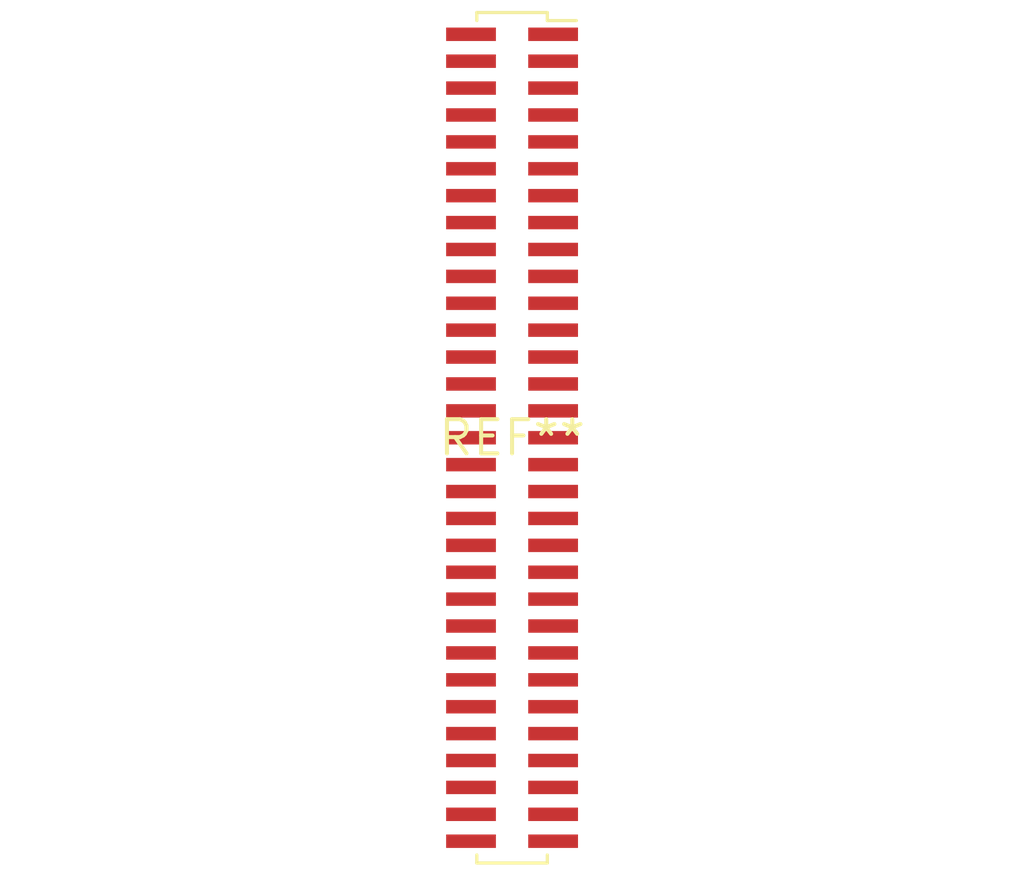
<source format=kicad_pcb>
(kicad_pcb (version 20240108) (generator pcbnew)
  (layers (0 "F.Cu" signal) (31 "B.Cu" signal) (34 "B.Paste" user) (35 "F.Paste" user) (36 "B.SilkS" user "B.Silkscreen") (37 "F.SilkS" user "F.Silkscreen") (38 "B.Mask" user) (39 "F.Mask" user) (44 "Edge.Cuts" user))
  (net 0 "")
  (footprint "PinSocket_2x31_P1.00mm_Vertical_SMD" (layer "F.Cu") (at 0 0)
    (property "Reference" "REF**")
    (property "Value" "PinSocket_2x31_P1.00mm_Vertical_SMD")
    (fp_line (start -1.31 -15.81) (end -1.31 -15.51) (layer "F.SilkS") (stroke (width 0.12)))
    (fp_line (start -1.31 -15.81) (end 1.31 -15.81) (layer "F.SilkS") (stroke (width 0.12)))
    (fp_line (start -1.31 15.51) (end -1.31 15.81) (layer "F.SilkS") (stroke (width 0.12)))
    (fp_line (start -1.31 15.81) (end 1.31 15.81) (layer "F.SilkS") (stroke (width 0.12)))
    (fp_line (start 1.31 -15.81) (end 1.31 -15.51) (layer "F.SilkS") (stroke (width 0.12)))
    (fp_line (start 1.31 -15.51) (end 2.39 -15.51) (layer "F.SilkS") (stroke (width 0.12)))
    (fp_line (start 1.31 15.51) (end 1.31 15.81) (layer "F.SilkS") (stroke (width 0.12)))
    (pad "1" smd rect (at 1.525 -15) (size 1.85 0.5) (layers "F.Cu" "F.Paste" "F.Mask"))
    (pad "2" smd rect (at -1.525 -15) (size 1.85 0.5) (layers "F.Cu" "F.Paste" "F.Mask"))
    (pad "3" smd rect (at 1.525 -14) (size 1.85 0.5) (layers "F.Cu" "F.Paste" "F.Mask"))
    (pad "4" smd rect (at -1.525 -14) (size 1.85 0.5) (layers "F.Cu" "F.Paste" "F.Mask"))
    (pad "5" smd rect (at 1.525 -13) (size 1.85 0.5) (layers "F.Cu" "F.Paste" "F.Mask"))
    (pad "6" smd rect (at -1.525 -13) (size 1.85 0.5) (layers "F.Cu" "F.Paste" "F.Mask"))
    (pad "7" smd rect (at 1.525 -12) (size 1.85 0.5) (layers "F.Cu" "F.Paste" "F.Mask"))
    (pad "8" smd rect (at -1.525 -12) (size 1.85 0.5) (layers "F.Cu" "F.Paste" "F.Mask"))
    (pad "9" smd rect (at 1.525 -11) (size 1.85 0.5) (layers "F.Cu" "F.Paste" "F.Mask"))
    (pad "10" smd rect (at -1.525 -11) (size 1.85 0.5) (layers "F.Cu" "F.Paste" "F.Mask"))
    (pad "11" smd rect (at 1.525 -10) (size 1.85 0.5) (layers "F.Cu" "F.Paste" "F.Mask"))
    (pad "12" smd rect (at -1.525 -10) (size 1.85 0.5) (layers "F.Cu" "F.Paste" "F.Mask"))
    (pad "13" smd rect (at 1.525 -9) (size 1.85 0.5) (layers "F.Cu" "F.Paste" "F.Mask"))
    (pad "14" smd rect (at -1.525 -9) (size 1.85 0.5) (layers "F.Cu" "F.Paste" "F.Mask"))
    (pad "15" smd rect (at 1.525 -8) (size 1.85 0.5) (layers "F.Cu" "F.Paste" "F.Mask"))
    (pad "16" smd rect (at -1.525 -8) (size 1.85 0.5) (layers "F.Cu" "F.Paste" "F.Mask"))
    (pad "17" smd rect (at 1.525 -7) (size 1.85 0.5) (layers "F.Cu" "F.Paste" "F.Mask"))
    (pad "18" smd rect (at -1.525 -7) (size 1.85 0.5) (layers "F.Cu" "F.Paste" "F.Mask"))
    (pad "19" smd rect (at 1.525 -6) (size 1.85 0.5) (layers "F.Cu" "F.Paste" "F.Mask"))
    (pad "20" smd rect (at -1.525 -6) (size 1.85 0.5) (layers "F.Cu" "F.Paste" "F.Mask"))
    (pad "21" smd rect (at 1.525 -5) (size 1.85 0.5) (layers "F.Cu" "F.Paste" "F.Mask"))
    (pad "22" smd rect (at -1.525 -5) (size 1.85 0.5) (layers "F.Cu" "F.Paste" "F.Mask"))
    (pad "23" smd rect (at 1.525 -4) (size 1.85 0.5) (layers "F.Cu" "F.Paste" "F.Mask"))
    (pad "24" smd rect (at -1.525 -4) (size 1.85 0.5) (layers "F.Cu" "F.Paste" "F.Mask"))
    (pad "25" smd rect (at 1.525 -3) (size 1.85 0.5) (layers "F.Cu" "F.Paste" "F.Mask"))
    (pad "26" smd rect (at -1.525 -3) (size 1.85 0.5) (layers "F.Cu" "F.Paste" "F.Mask"))
    (pad "27" smd rect (at 1.525 -2) (size 1.85 0.5) (layers "F.Cu" "F.Paste" "F.Mask"))
    (pad "28" smd rect (at -1.525 -2) (size 1.85 0.5) (layers "F.Cu" "F.Paste" "F.Mask"))
    (pad "29" smd rect (at 1.525 -1) (size 1.85 0.5) (layers "F.Cu" "F.Paste" "F.Mask"))
    (pad "30" smd rect (at -1.525 -1) (size 1.85 0.5) (layers "F.Cu" "F.Paste" "F.Mask"))
    (pad "31" smd rect (at 1.525 0) (size 1.85 0.5) (layers "F.Cu" "F.Paste" "F.Mask"))
    (pad "32" smd rect (at -1.525 0) (size 1.85 0.5) (layers "F.Cu" "F.Paste" "F.Mask"))
    (pad "33" smd rect (at 1.525 1) (size 1.85 0.5) (layers "F.Cu" "F.Paste" "F.Mask"))
    (pad "34" smd rect (at -1.525 1) (size 1.85 0.5) (layers "F.Cu" "F.Paste" "F.Mask"))
    (pad "35" smd rect (at 1.525 2) (size 1.85 0.5) (layers "F.Cu" "F.Paste" "F.Mask"))
    (pad "36" smd rect (at -1.525 2) (size 1.85 0.5) (layers "F.Cu" "F.Paste" "F.Mask"))
    (pad "37" smd rect (at 1.525 3) (size 1.85 0.5) (layers "F.Cu" "F.Paste" "F.Mask"))
    (pad "38" smd rect (at -1.525 3) (size 1.85 0.5) (layers "F.Cu" "F.Paste" "F.Mask"))
    (pad "39" smd rect (at 1.525 4) (size 1.85 0.5) (layers "F.Cu" "F.Paste" "F.Mask"))
    (pad "40" smd rect (at -1.525 4) (size 1.85 0.5) (layers "F.Cu" "F.Paste" "F.Mask"))
    (pad "41" smd rect (at 1.525 5) (size 1.85 0.5) (layers "F.Cu" "F.Paste" "F.Mask"))
    (pad "42" smd rect (at -1.525 5) (size 1.85 0.5) (layers "F.Cu" "F.Paste" "F.Mask"))
    (pad "43" smd rect (at 1.525 6) (size 1.85 0.5) (layers "F.Cu" "F.Paste" "F.Mask"))
    (pad "44" smd rect (at -1.525 6) (size 1.85 0.5) (layers "F.Cu" "F.Paste" "F.Mask"))
    (pad "45" smd rect (at 1.525 7) (size 1.85 0.5) (layers "F.Cu" "F.Paste" "F.Mask"))
    (pad "46" smd rect (at -1.525 7) (size 1.85 0.5) (layers "F.Cu" "F.Paste" "F.Mask"))
    (pad "47" smd rect (at 1.525 8) (size 1.85 0.5) (layers "F.Cu" "F.Paste" "F.Mask"))
    (pad "48" smd rect (at -1.525 8) (size 1.85 0.5) (layers "F.Cu" "F.Paste" "F.Mask"))
    (pad "49" smd rect (at 1.525 9) (size 1.85 0.5) (layers "F.Cu" "F.Paste" "F.Mask"))
    (pad "50" smd rect (at -1.525 9) (size 1.85 0.5) (layers "F.Cu" "F.Paste" "F.Mask"))
    (pad "51" smd rect (at 1.525 10) (size 1.85 0.5) (layers "F.Cu" "F.Paste" "F.Mask"))
    (pad "52" smd rect (at -1.525 10) (size 1.85 0.5) (layers "F.Cu" "F.Paste" "F.Mask"))
    (pad "53" smd rect (at 1.525 11) (size 1.85 0.5) (layers "F.Cu" "F.Paste" "F.Mask"))
    (pad "54" smd rect (at -1.525 11) (size 1.85 0.5) (layers "F.Cu" "F.Paste" "F.Mask"))
    (pad "55" smd rect (at 1.525 12) (size 1.85 0.5) (layers "F.Cu" "F.Paste" "F.Mask"))
    (pad "56" smd rect (at -1.525 12) (size 1.85 0.5) (layers "F.Cu" "F.Paste" "F.Mask"))
    (pad "57" smd rect (at 1.525 13) (size 1.85 0.5) (layers "F.Cu" "F.Paste" "F.Mask"))
    (pad "58" smd rect (at -1.525 13) (size 1.85 0.5) (layers "F.Cu" "F.Paste" "F.Mask"))
    (pad "59" smd rect (at 1.525 14) (size 1.85 0.5) (layers "F.Cu" "F.Paste" "F.Mask"))
    (pad "60" smd rect (at -1.525 14) (size 1.85 0.5) (layers "F.Cu" "F.Paste" "F.Mask"))
    (pad "61" smd rect (at 1.525 15) (size 1.85 0.5) (layers "F.Cu" "F.Paste" "F.Mask"))
    (pad "62" smd rect (at -1.525 15) (size 1.85 0.5) (layers "F.Cu" "F.Paste" "F.Mask"))
  )
)
</source>
